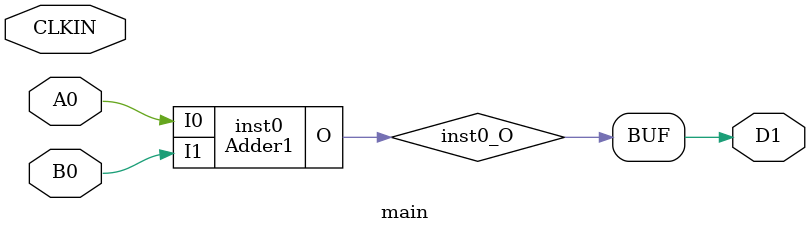
<source format=v>
module FullAdder (input  I0, input  I1, input  CIN, output  O, output  COUT);
wire  inst0_O;
wire  inst1_CO;
SB_LUT4 #(.LUT_INIT(16'h9696)) inst0 (.I0(I0), .I1(I1), .I2(CIN), .I3(1'b0), .O(inst0_O));
SB_CARRY inst1 (.I0(I0), .I1(I1), .CI(CIN), .CO(inst1_CO));
assign O = inst0_O;
assign COUT = inst1_CO;
endmodule

module Adder1 (input [0:0] I0, input [0:0] I1, output [0:0] O);
wire  inst0_O;
wire  inst0_COUT;
FullAdder inst0 (.I0(I0[0]), .I1(I1[0]), .CIN(1'b0), .O(inst0_O), .COUT(inst0_COUT));
assign O = {inst0_O};
endmodule

module main (input  A0, input  B0, output  D1, input  CLKIN);
wire [0:0] inst0_O;
Adder1 inst0 (.I0({A0}), .I1({B0}), .O(inst0_O));
assign D1 = inst0_O[0];
endmodule


</source>
